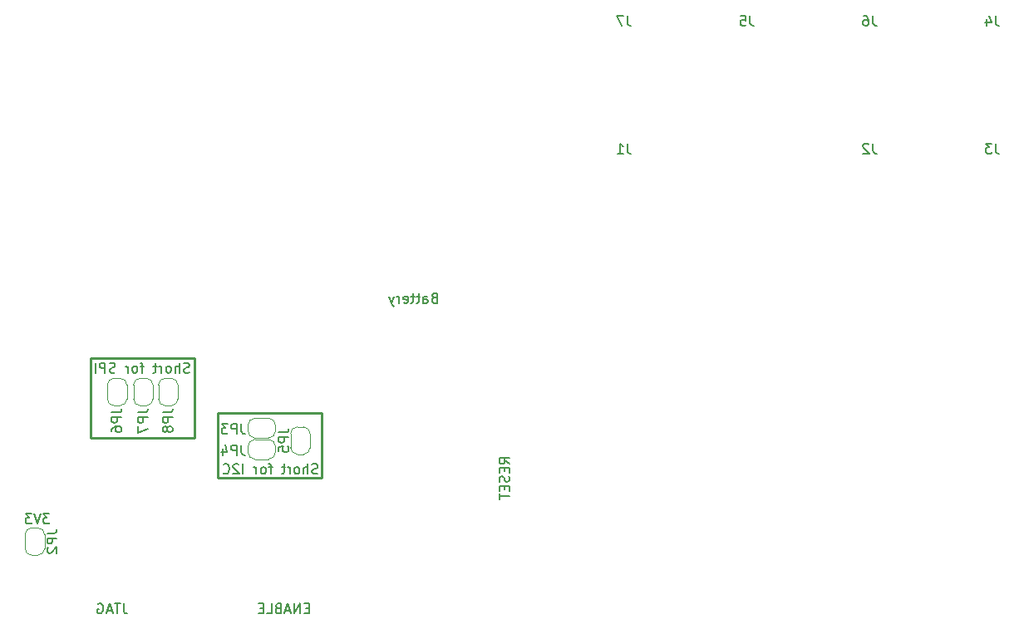
<source format=gbr>
G04 #@! TF.GenerationSoftware,KiCad,Pcbnew,(5.1.5-0-10_14)*
G04 #@! TF.CreationDate,2020-11-25T20:38:56+01:00*
G04 #@! TF.ProjectId,fl-remote,666c2d72-656d-46f7-9465-2e6b69636164,rev?*
G04 #@! TF.SameCoordinates,Original*
G04 #@! TF.FileFunction,Legend,Bot*
G04 #@! TF.FilePolarity,Positive*
%FSLAX46Y46*%
G04 Gerber Fmt 4.6, Leading zero omitted, Abs format (unit mm)*
G04 Created by KiCad (PCBNEW (5.1.5-0-10_14)) date 2020-11-25 20:38:56*
%MOMM*%
%LPD*%
G04 APERTURE LIST*
%ADD10C,0.150000*%
%ADD11C,0.250000*%
%ADD12C,0.120000*%
G04 APERTURE END LIST*
D10*
X114752380Y-112974619D02*
X114276190Y-112641285D01*
X114752380Y-112403190D02*
X113752380Y-112403190D01*
X113752380Y-112784142D01*
X113800000Y-112879380D01*
X113847619Y-112927000D01*
X113942857Y-112974619D01*
X114085714Y-112974619D01*
X114180952Y-112927000D01*
X114228571Y-112879380D01*
X114276190Y-112784142D01*
X114276190Y-112403190D01*
X114228571Y-113403190D02*
X114228571Y-113736523D01*
X114752380Y-113879380D02*
X114752380Y-113403190D01*
X113752380Y-113403190D01*
X113752380Y-113879380D01*
X114704761Y-114260333D02*
X114752380Y-114403190D01*
X114752380Y-114641285D01*
X114704761Y-114736523D01*
X114657142Y-114784142D01*
X114561904Y-114831761D01*
X114466666Y-114831761D01*
X114371428Y-114784142D01*
X114323809Y-114736523D01*
X114276190Y-114641285D01*
X114228571Y-114450809D01*
X114180952Y-114355571D01*
X114133333Y-114307952D01*
X114038095Y-114260333D01*
X113942857Y-114260333D01*
X113847619Y-114307952D01*
X113800000Y-114355571D01*
X113752380Y-114450809D01*
X113752380Y-114688904D01*
X113800000Y-114831761D01*
X114228571Y-115260333D02*
X114228571Y-115593666D01*
X114752380Y-115736523D02*
X114752380Y-115260333D01*
X113752380Y-115260333D01*
X113752380Y-115736523D01*
X113752380Y-116022238D02*
X113752380Y-116593666D01*
X114752380Y-116307952D02*
X113752380Y-116307952D01*
X107100428Y-96067571D02*
X106957571Y-96115190D01*
X106909952Y-96162809D01*
X106862333Y-96258047D01*
X106862333Y-96400904D01*
X106909952Y-96496142D01*
X106957571Y-96543761D01*
X107052809Y-96591380D01*
X107433761Y-96591380D01*
X107433761Y-95591380D01*
X107100428Y-95591380D01*
X107005190Y-95639000D01*
X106957571Y-95686619D01*
X106909952Y-95781857D01*
X106909952Y-95877095D01*
X106957571Y-95972333D01*
X107005190Y-96019952D01*
X107100428Y-96067571D01*
X107433761Y-96067571D01*
X106005190Y-96591380D02*
X106005190Y-96067571D01*
X106052809Y-95972333D01*
X106148047Y-95924714D01*
X106338523Y-95924714D01*
X106433761Y-95972333D01*
X106005190Y-96543761D02*
X106100428Y-96591380D01*
X106338523Y-96591380D01*
X106433761Y-96543761D01*
X106481380Y-96448523D01*
X106481380Y-96353285D01*
X106433761Y-96258047D01*
X106338523Y-96210428D01*
X106100428Y-96210428D01*
X106005190Y-96162809D01*
X105671857Y-95924714D02*
X105290904Y-95924714D01*
X105529000Y-95591380D02*
X105529000Y-96448523D01*
X105481380Y-96543761D01*
X105386142Y-96591380D01*
X105290904Y-96591380D01*
X105100428Y-95924714D02*
X104719476Y-95924714D01*
X104957571Y-95591380D02*
X104957571Y-96448523D01*
X104909952Y-96543761D01*
X104814714Y-96591380D01*
X104719476Y-96591380D01*
X104005190Y-96543761D02*
X104100428Y-96591380D01*
X104290904Y-96591380D01*
X104386142Y-96543761D01*
X104433761Y-96448523D01*
X104433761Y-96067571D01*
X104386142Y-95972333D01*
X104290904Y-95924714D01*
X104100428Y-95924714D01*
X104005190Y-95972333D01*
X103957571Y-96067571D01*
X103957571Y-96162809D01*
X104433761Y-96258047D01*
X103529000Y-96591380D02*
X103529000Y-95924714D01*
X103529000Y-96115190D02*
X103481380Y-96019952D01*
X103433761Y-95972333D01*
X103338523Y-95924714D01*
X103243285Y-95924714D01*
X103005190Y-95924714D02*
X102767095Y-96591380D01*
X102529000Y-95924714D02*
X102767095Y-96591380D01*
X102862333Y-96829476D01*
X102909952Y-96877095D01*
X103005190Y-96924714D01*
X94344809Y-127690571D02*
X94011476Y-127690571D01*
X93868619Y-128214380D02*
X94344809Y-128214380D01*
X94344809Y-127214380D01*
X93868619Y-127214380D01*
X93440047Y-128214380D02*
X93440047Y-127214380D01*
X92868619Y-128214380D01*
X92868619Y-127214380D01*
X92440047Y-127928666D02*
X91963857Y-127928666D01*
X92535285Y-128214380D02*
X92201952Y-127214380D01*
X91868619Y-128214380D01*
X91201952Y-127690571D02*
X91059095Y-127738190D01*
X91011476Y-127785809D01*
X90963857Y-127881047D01*
X90963857Y-128023904D01*
X91011476Y-128119142D01*
X91059095Y-128166761D01*
X91154333Y-128214380D01*
X91535285Y-128214380D01*
X91535285Y-127214380D01*
X91201952Y-127214380D01*
X91106714Y-127262000D01*
X91059095Y-127309619D01*
X91011476Y-127404857D01*
X91011476Y-127500095D01*
X91059095Y-127595333D01*
X91106714Y-127642952D01*
X91201952Y-127690571D01*
X91535285Y-127690571D01*
X90059095Y-128214380D02*
X90535285Y-128214380D01*
X90535285Y-127214380D01*
X89725761Y-127690571D02*
X89392428Y-127690571D01*
X89249571Y-128214380D02*
X89725761Y-128214380D01*
X89725761Y-127214380D01*
X89249571Y-127214380D01*
X75461666Y-127214380D02*
X75461666Y-127928666D01*
X75509285Y-128071523D01*
X75604523Y-128166761D01*
X75747380Y-128214380D01*
X75842619Y-128214380D01*
X75128333Y-127214380D02*
X74556904Y-127214380D01*
X74842619Y-128214380D02*
X74842619Y-127214380D01*
X74271190Y-127928666D02*
X73795000Y-127928666D01*
X74366428Y-128214380D02*
X74033095Y-127214380D01*
X73699761Y-128214380D01*
X72842619Y-127262000D02*
X72937857Y-127214380D01*
X73080714Y-127214380D01*
X73223571Y-127262000D01*
X73318809Y-127357238D01*
X73366428Y-127452476D01*
X73414047Y-127642952D01*
X73414047Y-127785809D01*
X73366428Y-127976285D01*
X73318809Y-128071523D01*
X73223571Y-128166761D01*
X73080714Y-128214380D01*
X72985476Y-128214380D01*
X72842619Y-128166761D01*
X72795000Y-128119142D01*
X72795000Y-127785809D01*
X72985476Y-127785809D01*
X67913095Y-118070380D02*
X67294047Y-118070380D01*
X67627380Y-118451333D01*
X67484523Y-118451333D01*
X67389285Y-118498952D01*
X67341666Y-118546571D01*
X67294047Y-118641809D01*
X67294047Y-118879904D01*
X67341666Y-118975142D01*
X67389285Y-119022761D01*
X67484523Y-119070380D01*
X67770238Y-119070380D01*
X67865476Y-119022761D01*
X67913095Y-118975142D01*
X67008333Y-118070380D02*
X66675000Y-119070380D01*
X66341666Y-118070380D01*
X66103571Y-118070380D02*
X65484523Y-118070380D01*
X65817857Y-118451333D01*
X65675000Y-118451333D01*
X65579761Y-118498952D01*
X65532142Y-118546571D01*
X65484523Y-118641809D01*
X65484523Y-118879904D01*
X65532142Y-118975142D01*
X65579761Y-119022761D01*
X65675000Y-119070380D01*
X65960714Y-119070380D01*
X66055952Y-119022761D01*
X66103571Y-118975142D01*
D11*
X72136000Y-110363000D02*
X72136000Y-102235000D01*
X72136000Y-110363000D02*
X82677000Y-110363000D01*
X72136000Y-102235000D02*
X82677000Y-102235000D01*
X82677000Y-102235000D02*
X82677000Y-110363000D01*
D10*
X82152523Y-103655761D02*
X82009666Y-103703380D01*
X81771571Y-103703380D01*
X81676333Y-103655761D01*
X81628714Y-103608142D01*
X81581095Y-103512904D01*
X81581095Y-103417666D01*
X81628714Y-103322428D01*
X81676333Y-103274809D01*
X81771571Y-103227190D01*
X81962047Y-103179571D01*
X82057285Y-103131952D01*
X82104904Y-103084333D01*
X82152523Y-102989095D01*
X82152523Y-102893857D01*
X82104904Y-102798619D01*
X82057285Y-102751000D01*
X81962047Y-102703380D01*
X81723952Y-102703380D01*
X81581095Y-102751000D01*
X81152523Y-103703380D02*
X81152523Y-102703380D01*
X80723952Y-103703380D02*
X80723952Y-103179571D01*
X80771571Y-103084333D01*
X80866809Y-103036714D01*
X81009666Y-103036714D01*
X81104904Y-103084333D01*
X81152523Y-103131952D01*
X80104904Y-103703380D02*
X80200142Y-103655761D01*
X80247761Y-103608142D01*
X80295380Y-103512904D01*
X80295380Y-103227190D01*
X80247761Y-103131952D01*
X80200142Y-103084333D01*
X80104904Y-103036714D01*
X79962047Y-103036714D01*
X79866809Y-103084333D01*
X79819190Y-103131952D01*
X79771571Y-103227190D01*
X79771571Y-103512904D01*
X79819190Y-103608142D01*
X79866809Y-103655761D01*
X79962047Y-103703380D01*
X80104904Y-103703380D01*
X79343000Y-103703380D02*
X79343000Y-103036714D01*
X79343000Y-103227190D02*
X79295380Y-103131952D01*
X79247761Y-103084333D01*
X79152523Y-103036714D01*
X79057285Y-103036714D01*
X78866809Y-103036714D02*
X78485857Y-103036714D01*
X78723952Y-102703380D02*
X78723952Y-103560523D01*
X78676333Y-103655761D01*
X78581095Y-103703380D01*
X78485857Y-103703380D01*
X77533476Y-103036714D02*
X77152523Y-103036714D01*
X77390619Y-103703380D02*
X77390619Y-102846238D01*
X77343000Y-102751000D01*
X77247761Y-102703380D01*
X77152523Y-102703380D01*
X76676333Y-103703380D02*
X76771571Y-103655761D01*
X76819190Y-103608142D01*
X76866809Y-103512904D01*
X76866809Y-103227190D01*
X76819190Y-103131952D01*
X76771571Y-103084333D01*
X76676333Y-103036714D01*
X76533476Y-103036714D01*
X76438238Y-103084333D01*
X76390619Y-103131952D01*
X76343000Y-103227190D01*
X76343000Y-103512904D01*
X76390619Y-103608142D01*
X76438238Y-103655761D01*
X76533476Y-103703380D01*
X76676333Y-103703380D01*
X75914428Y-103703380D02*
X75914428Y-103036714D01*
X75914428Y-103227190D02*
X75866809Y-103131952D01*
X75819190Y-103084333D01*
X75723952Y-103036714D01*
X75628714Y-103036714D01*
X74581095Y-103655761D02*
X74438238Y-103703380D01*
X74200142Y-103703380D01*
X74104904Y-103655761D01*
X74057285Y-103608142D01*
X74009666Y-103512904D01*
X74009666Y-103417666D01*
X74057285Y-103322428D01*
X74104904Y-103274809D01*
X74200142Y-103227190D01*
X74390619Y-103179571D01*
X74485857Y-103131952D01*
X74533476Y-103084333D01*
X74581095Y-102989095D01*
X74581095Y-102893857D01*
X74533476Y-102798619D01*
X74485857Y-102751000D01*
X74390619Y-102703380D01*
X74152523Y-102703380D01*
X74009666Y-102751000D01*
X73581095Y-103703380D02*
X73581095Y-102703380D01*
X73200142Y-102703380D01*
X73104904Y-102751000D01*
X73057285Y-102798619D01*
X73009666Y-102893857D01*
X73009666Y-103036714D01*
X73057285Y-103131952D01*
X73104904Y-103179571D01*
X73200142Y-103227190D01*
X73581095Y-103227190D01*
X72581095Y-103703380D02*
X72581095Y-102703380D01*
D11*
X85090000Y-114427000D02*
X95631000Y-114427000D01*
X95631000Y-107823000D02*
X95631000Y-114427000D01*
X85090000Y-107823000D02*
X95631000Y-107823000D01*
X85090000Y-114427000D02*
X85090000Y-107823000D01*
D10*
X95233523Y-113942761D02*
X95090666Y-113990380D01*
X94852571Y-113990380D01*
X94757333Y-113942761D01*
X94709714Y-113895142D01*
X94662095Y-113799904D01*
X94662095Y-113704666D01*
X94709714Y-113609428D01*
X94757333Y-113561809D01*
X94852571Y-113514190D01*
X95043047Y-113466571D01*
X95138285Y-113418952D01*
X95185904Y-113371333D01*
X95233523Y-113276095D01*
X95233523Y-113180857D01*
X95185904Y-113085619D01*
X95138285Y-113038000D01*
X95043047Y-112990380D01*
X94804952Y-112990380D01*
X94662095Y-113038000D01*
X94233523Y-113990380D02*
X94233523Y-112990380D01*
X93804952Y-113990380D02*
X93804952Y-113466571D01*
X93852571Y-113371333D01*
X93947809Y-113323714D01*
X94090666Y-113323714D01*
X94185904Y-113371333D01*
X94233523Y-113418952D01*
X93185904Y-113990380D02*
X93281142Y-113942761D01*
X93328761Y-113895142D01*
X93376380Y-113799904D01*
X93376380Y-113514190D01*
X93328761Y-113418952D01*
X93281142Y-113371333D01*
X93185904Y-113323714D01*
X93043047Y-113323714D01*
X92947809Y-113371333D01*
X92900190Y-113418952D01*
X92852571Y-113514190D01*
X92852571Y-113799904D01*
X92900190Y-113895142D01*
X92947809Y-113942761D01*
X93043047Y-113990380D01*
X93185904Y-113990380D01*
X92424000Y-113990380D02*
X92424000Y-113323714D01*
X92424000Y-113514190D02*
X92376380Y-113418952D01*
X92328761Y-113371333D01*
X92233523Y-113323714D01*
X92138285Y-113323714D01*
X91947809Y-113323714D02*
X91566857Y-113323714D01*
X91804952Y-112990380D02*
X91804952Y-113847523D01*
X91757333Y-113942761D01*
X91662095Y-113990380D01*
X91566857Y-113990380D01*
X90614476Y-113323714D02*
X90233523Y-113323714D01*
X90471619Y-113990380D02*
X90471619Y-113133238D01*
X90424000Y-113038000D01*
X90328761Y-112990380D01*
X90233523Y-112990380D01*
X89757333Y-113990380D02*
X89852571Y-113942761D01*
X89900190Y-113895142D01*
X89947809Y-113799904D01*
X89947809Y-113514190D01*
X89900190Y-113418952D01*
X89852571Y-113371333D01*
X89757333Y-113323714D01*
X89614476Y-113323714D01*
X89519238Y-113371333D01*
X89471619Y-113418952D01*
X89424000Y-113514190D01*
X89424000Y-113799904D01*
X89471619Y-113895142D01*
X89519238Y-113942761D01*
X89614476Y-113990380D01*
X89757333Y-113990380D01*
X88995428Y-113990380D02*
X88995428Y-113323714D01*
X88995428Y-113514190D02*
X88947809Y-113418952D01*
X88900190Y-113371333D01*
X88804952Y-113323714D01*
X88709714Y-113323714D01*
X87614476Y-113990380D02*
X87614476Y-112990380D01*
X87185904Y-113085619D02*
X87138285Y-113038000D01*
X87043047Y-112990380D01*
X86804952Y-112990380D01*
X86709714Y-113038000D01*
X86662095Y-113085619D01*
X86614476Y-113180857D01*
X86614476Y-113276095D01*
X86662095Y-113418952D01*
X87233523Y-113990380D01*
X86614476Y-113990380D01*
X85614476Y-113895142D02*
X85662095Y-113942761D01*
X85804952Y-113990380D01*
X85900190Y-113990380D01*
X86043047Y-113942761D01*
X86138285Y-113847523D01*
X86185904Y-113752285D01*
X86233523Y-113561809D01*
X86233523Y-113418952D01*
X86185904Y-113228476D01*
X86138285Y-113133238D01*
X86043047Y-113038000D01*
X85900190Y-112990380D01*
X85804952Y-112990380D01*
X85662095Y-113038000D01*
X85614476Y-113085619D01*
D12*
X81010000Y-106364000D02*
X81010000Y-104964000D01*
X80310000Y-104264000D02*
X79710000Y-104264000D01*
X79010000Y-104964000D02*
X79010000Y-106364000D01*
X79710000Y-107064000D02*
X80310000Y-107064000D01*
X80310000Y-107064000D02*
G75*
G03X81010000Y-106364000I0J700000D01*
G01*
X79010000Y-106364000D02*
G75*
G03X79710000Y-107064000I700000J0D01*
G01*
X79710000Y-104264000D02*
G75*
G03X79010000Y-104964000I0J-700000D01*
G01*
X81010000Y-104964000D02*
G75*
G03X80310000Y-104264000I-700000J0D01*
G01*
X78470000Y-106364000D02*
X78470000Y-104964000D01*
X77770000Y-104264000D02*
X77170000Y-104264000D01*
X76470000Y-104964000D02*
X76470000Y-106364000D01*
X77170000Y-107064000D02*
X77770000Y-107064000D01*
X77770000Y-107064000D02*
G75*
G03X78470000Y-106364000I0J700000D01*
G01*
X76470000Y-106364000D02*
G75*
G03X77170000Y-107064000I700000J0D01*
G01*
X77170000Y-104264000D02*
G75*
G03X76470000Y-104964000I0J-700000D01*
G01*
X78470000Y-104964000D02*
G75*
G03X77770000Y-104264000I-700000J0D01*
G01*
X75803000Y-106364000D02*
X75803000Y-104964000D01*
X75103000Y-104264000D02*
X74503000Y-104264000D01*
X73803000Y-104964000D02*
X73803000Y-106364000D01*
X74503000Y-107064000D02*
X75103000Y-107064000D01*
X75103000Y-107064000D02*
G75*
G03X75803000Y-106364000I0J700000D01*
G01*
X73803000Y-106364000D02*
G75*
G03X74503000Y-107064000I700000J0D01*
G01*
X74503000Y-104264000D02*
G75*
G03X73803000Y-104964000I0J-700000D01*
G01*
X75803000Y-104964000D02*
G75*
G03X75103000Y-104264000I-700000J0D01*
G01*
X94472000Y-111317000D02*
X94472000Y-109917000D01*
X93772000Y-109217000D02*
X93172000Y-109217000D01*
X92472000Y-109917000D02*
X92472000Y-111317000D01*
X93172000Y-112017000D02*
X93772000Y-112017000D01*
X93772000Y-112017000D02*
G75*
G03X94472000Y-111317000I0J700000D01*
G01*
X92472000Y-111317000D02*
G75*
G03X93172000Y-112017000I700000J0D01*
G01*
X93172000Y-109217000D02*
G75*
G03X92472000Y-109917000I0J-700000D01*
G01*
X94472000Y-109917000D02*
G75*
G03X93772000Y-109217000I-700000J0D01*
G01*
X90235000Y-108347000D02*
X88835000Y-108347000D01*
X88135000Y-109047000D02*
X88135000Y-109647000D01*
X88835000Y-110347000D02*
X90235000Y-110347000D01*
X90935000Y-109647000D02*
X90935000Y-109047000D01*
X90935000Y-109047000D02*
G75*
G03X90235000Y-108347000I-700000J0D01*
G01*
X90235000Y-110347000D02*
G75*
G03X90935000Y-109647000I0J700000D01*
G01*
X88135000Y-109647000D02*
G75*
G03X88835000Y-110347000I700000J0D01*
G01*
X88835000Y-108347000D02*
G75*
G03X88135000Y-109047000I0J-700000D01*
G01*
X90235000Y-110506000D02*
X88835000Y-110506000D01*
X88135000Y-111206000D02*
X88135000Y-111806000D01*
X88835000Y-112506000D02*
X90235000Y-112506000D01*
X90935000Y-111806000D02*
X90935000Y-111206000D01*
X90935000Y-111206000D02*
G75*
G03X90235000Y-110506000I-700000J0D01*
G01*
X90235000Y-112506000D02*
G75*
G03X90935000Y-111806000I0J700000D01*
G01*
X88135000Y-111806000D02*
G75*
G03X88835000Y-112506000I700000J0D01*
G01*
X88835000Y-110506000D02*
G75*
G03X88135000Y-111206000I0J-700000D01*
G01*
X67421000Y-121604000D02*
X67421000Y-120204000D01*
X66721000Y-119504000D02*
X66121000Y-119504000D01*
X65421000Y-120204000D02*
X65421000Y-121604000D01*
X66121000Y-122304000D02*
X66721000Y-122304000D01*
X66721000Y-122304000D02*
G75*
G03X67421000Y-121604000I0J700000D01*
G01*
X65421000Y-121604000D02*
G75*
G03X66121000Y-122304000I700000J0D01*
G01*
X66121000Y-119504000D02*
G75*
G03X65421000Y-120204000I0J-700000D01*
G01*
X67421000Y-120204000D02*
G75*
G03X66721000Y-119504000I-700000J0D01*
G01*
D10*
X79462380Y-107751666D02*
X80176666Y-107751666D01*
X80319523Y-107704047D01*
X80414761Y-107608809D01*
X80462380Y-107465952D01*
X80462380Y-107370714D01*
X80462380Y-108227857D02*
X79462380Y-108227857D01*
X79462380Y-108608809D01*
X79510000Y-108704047D01*
X79557619Y-108751666D01*
X79652857Y-108799285D01*
X79795714Y-108799285D01*
X79890952Y-108751666D01*
X79938571Y-108704047D01*
X79986190Y-108608809D01*
X79986190Y-108227857D01*
X79890952Y-109370714D02*
X79843333Y-109275476D01*
X79795714Y-109227857D01*
X79700476Y-109180238D01*
X79652857Y-109180238D01*
X79557619Y-109227857D01*
X79510000Y-109275476D01*
X79462380Y-109370714D01*
X79462380Y-109561190D01*
X79510000Y-109656428D01*
X79557619Y-109704047D01*
X79652857Y-109751666D01*
X79700476Y-109751666D01*
X79795714Y-109704047D01*
X79843333Y-109656428D01*
X79890952Y-109561190D01*
X79890952Y-109370714D01*
X79938571Y-109275476D01*
X79986190Y-109227857D01*
X80081428Y-109180238D01*
X80271904Y-109180238D01*
X80367142Y-109227857D01*
X80414761Y-109275476D01*
X80462380Y-109370714D01*
X80462380Y-109561190D01*
X80414761Y-109656428D01*
X80367142Y-109704047D01*
X80271904Y-109751666D01*
X80081428Y-109751666D01*
X79986190Y-109704047D01*
X79938571Y-109656428D01*
X79890952Y-109561190D01*
X76922380Y-107751666D02*
X77636666Y-107751666D01*
X77779523Y-107704047D01*
X77874761Y-107608809D01*
X77922380Y-107465952D01*
X77922380Y-107370714D01*
X77922380Y-108227857D02*
X76922380Y-108227857D01*
X76922380Y-108608809D01*
X76970000Y-108704047D01*
X77017619Y-108751666D01*
X77112857Y-108799285D01*
X77255714Y-108799285D01*
X77350952Y-108751666D01*
X77398571Y-108704047D01*
X77446190Y-108608809D01*
X77446190Y-108227857D01*
X76922380Y-109132619D02*
X76922380Y-109799285D01*
X77922380Y-109370714D01*
X74255380Y-107751666D02*
X74969666Y-107751666D01*
X75112523Y-107704047D01*
X75207761Y-107608809D01*
X75255380Y-107465952D01*
X75255380Y-107370714D01*
X75255380Y-108227857D02*
X74255380Y-108227857D01*
X74255380Y-108608809D01*
X74303000Y-108704047D01*
X74350619Y-108751666D01*
X74445857Y-108799285D01*
X74588714Y-108799285D01*
X74683952Y-108751666D01*
X74731571Y-108704047D01*
X74779190Y-108608809D01*
X74779190Y-108227857D01*
X74255380Y-109656428D02*
X74255380Y-109465952D01*
X74303000Y-109370714D01*
X74350619Y-109323095D01*
X74493476Y-109227857D01*
X74683952Y-109180238D01*
X75064904Y-109180238D01*
X75160142Y-109227857D01*
X75207761Y-109275476D01*
X75255380Y-109370714D01*
X75255380Y-109561190D01*
X75207761Y-109656428D01*
X75160142Y-109704047D01*
X75064904Y-109751666D01*
X74826809Y-109751666D01*
X74731571Y-109704047D01*
X74683952Y-109656428D01*
X74636333Y-109561190D01*
X74636333Y-109370714D01*
X74683952Y-109275476D01*
X74731571Y-109227857D01*
X74826809Y-109180238D01*
X91273380Y-109783666D02*
X91987666Y-109783666D01*
X92130523Y-109736047D01*
X92225761Y-109640809D01*
X92273380Y-109497952D01*
X92273380Y-109402714D01*
X92273380Y-110259857D02*
X91273380Y-110259857D01*
X91273380Y-110640809D01*
X91321000Y-110736047D01*
X91368619Y-110783666D01*
X91463857Y-110831285D01*
X91606714Y-110831285D01*
X91701952Y-110783666D01*
X91749571Y-110736047D01*
X91797190Y-110640809D01*
X91797190Y-110259857D01*
X91273380Y-111736047D02*
X91273380Y-111259857D01*
X91749571Y-111212238D01*
X91701952Y-111259857D01*
X91654333Y-111355095D01*
X91654333Y-111593190D01*
X91701952Y-111688428D01*
X91749571Y-111736047D01*
X91844809Y-111783666D01*
X92082904Y-111783666D01*
X92178142Y-111736047D01*
X92225761Y-111688428D01*
X92273380Y-111593190D01*
X92273380Y-111355095D01*
X92225761Y-111259857D01*
X92178142Y-111212238D01*
X87447333Y-111085380D02*
X87447333Y-111799666D01*
X87494952Y-111942523D01*
X87590190Y-112037761D01*
X87733047Y-112085380D01*
X87828285Y-112085380D01*
X86971142Y-112085380D02*
X86971142Y-111085380D01*
X86590190Y-111085380D01*
X86494952Y-111133000D01*
X86447333Y-111180619D01*
X86399714Y-111275857D01*
X86399714Y-111418714D01*
X86447333Y-111513952D01*
X86494952Y-111561571D01*
X86590190Y-111609190D01*
X86971142Y-111609190D01*
X85542571Y-111418714D02*
X85542571Y-112085380D01*
X85780666Y-111037761D02*
X86018761Y-111752047D01*
X85399714Y-111752047D01*
X87447333Y-108926380D02*
X87447333Y-109640666D01*
X87494952Y-109783523D01*
X87590190Y-109878761D01*
X87733047Y-109926380D01*
X87828285Y-109926380D01*
X86971142Y-109926380D02*
X86971142Y-108926380D01*
X86590190Y-108926380D01*
X86494952Y-108974000D01*
X86447333Y-109021619D01*
X86399714Y-109116857D01*
X86399714Y-109259714D01*
X86447333Y-109354952D01*
X86494952Y-109402571D01*
X86590190Y-109450190D01*
X86971142Y-109450190D01*
X86066380Y-108926380D02*
X85447333Y-108926380D01*
X85780666Y-109307333D01*
X85637809Y-109307333D01*
X85542571Y-109354952D01*
X85494952Y-109402571D01*
X85447333Y-109497809D01*
X85447333Y-109735904D01*
X85494952Y-109831142D01*
X85542571Y-109878761D01*
X85637809Y-109926380D01*
X85923523Y-109926380D01*
X86018761Y-109878761D01*
X86066380Y-109831142D01*
X67673380Y-120070666D02*
X68387666Y-120070666D01*
X68530523Y-120023047D01*
X68625761Y-119927809D01*
X68673380Y-119784952D01*
X68673380Y-119689714D01*
X68673380Y-120546857D02*
X67673380Y-120546857D01*
X67673380Y-120927809D01*
X67721000Y-121023047D01*
X67768619Y-121070666D01*
X67863857Y-121118285D01*
X68006714Y-121118285D01*
X68101952Y-121070666D01*
X68149571Y-121023047D01*
X68197190Y-120927809D01*
X68197190Y-120546857D01*
X67768619Y-121499238D02*
X67721000Y-121546857D01*
X67673380Y-121642095D01*
X67673380Y-121880190D01*
X67721000Y-121975428D01*
X67768619Y-122023047D01*
X67863857Y-122070666D01*
X67959095Y-122070666D01*
X68101952Y-122023047D01*
X68673380Y-121451619D01*
X68673380Y-122070666D01*
X164283333Y-80352380D02*
X164283333Y-81066666D01*
X164330952Y-81209523D01*
X164426190Y-81304761D01*
X164569047Y-81352380D01*
X164664285Y-81352380D01*
X163902380Y-80352380D02*
X163283333Y-80352380D01*
X163616666Y-80733333D01*
X163473809Y-80733333D01*
X163378571Y-80780952D01*
X163330952Y-80828571D01*
X163283333Y-80923809D01*
X163283333Y-81161904D01*
X163330952Y-81257142D01*
X163378571Y-81304761D01*
X163473809Y-81352380D01*
X163759523Y-81352380D01*
X163854761Y-81304761D01*
X163902380Y-81257142D01*
X151783333Y-80352380D02*
X151783333Y-81066666D01*
X151830952Y-81209523D01*
X151926190Y-81304761D01*
X152069047Y-81352380D01*
X152164285Y-81352380D01*
X151354761Y-80447619D02*
X151307142Y-80400000D01*
X151211904Y-80352380D01*
X150973809Y-80352380D01*
X150878571Y-80400000D01*
X150830952Y-80447619D01*
X150783333Y-80542857D01*
X150783333Y-80638095D01*
X150830952Y-80780952D01*
X151402380Y-81352380D01*
X150783333Y-81352380D01*
X126783333Y-80352380D02*
X126783333Y-81066666D01*
X126830952Y-81209523D01*
X126926190Y-81304761D01*
X127069047Y-81352380D01*
X127164285Y-81352380D01*
X125783333Y-81352380D02*
X126354761Y-81352380D01*
X126069047Y-81352380D02*
X126069047Y-80352380D01*
X126164285Y-80495238D01*
X126259523Y-80590476D01*
X126354761Y-80638095D01*
X126783333Y-67352380D02*
X126783333Y-68066666D01*
X126830952Y-68209523D01*
X126926190Y-68304761D01*
X127069047Y-68352380D01*
X127164285Y-68352380D01*
X126402380Y-67352380D02*
X125735714Y-67352380D01*
X126164285Y-68352380D01*
X151783333Y-67352380D02*
X151783333Y-68066666D01*
X151830952Y-68209523D01*
X151926190Y-68304761D01*
X152069047Y-68352380D01*
X152164285Y-68352380D01*
X150878571Y-67352380D02*
X151069047Y-67352380D01*
X151164285Y-67400000D01*
X151211904Y-67447619D01*
X151307142Y-67590476D01*
X151354761Y-67780952D01*
X151354761Y-68161904D01*
X151307142Y-68257142D01*
X151259523Y-68304761D01*
X151164285Y-68352380D01*
X150973809Y-68352380D01*
X150878571Y-68304761D01*
X150830952Y-68257142D01*
X150783333Y-68161904D01*
X150783333Y-67923809D01*
X150830952Y-67828571D01*
X150878571Y-67780952D01*
X150973809Y-67733333D01*
X151164285Y-67733333D01*
X151259523Y-67780952D01*
X151307142Y-67828571D01*
X151354761Y-67923809D01*
X139283333Y-67352380D02*
X139283333Y-68066666D01*
X139330952Y-68209523D01*
X139426190Y-68304761D01*
X139569047Y-68352380D01*
X139664285Y-68352380D01*
X138330952Y-67352380D02*
X138807142Y-67352380D01*
X138854761Y-67828571D01*
X138807142Y-67780952D01*
X138711904Y-67733333D01*
X138473809Y-67733333D01*
X138378571Y-67780952D01*
X138330952Y-67828571D01*
X138283333Y-67923809D01*
X138283333Y-68161904D01*
X138330952Y-68257142D01*
X138378571Y-68304761D01*
X138473809Y-68352380D01*
X138711904Y-68352380D01*
X138807142Y-68304761D01*
X138854761Y-68257142D01*
X164283333Y-67352380D02*
X164283333Y-68066666D01*
X164330952Y-68209523D01*
X164426190Y-68304761D01*
X164569047Y-68352380D01*
X164664285Y-68352380D01*
X163378571Y-67685714D02*
X163378571Y-68352380D01*
X163616666Y-67304761D02*
X163854761Y-68019047D01*
X163235714Y-68019047D01*
M02*

</source>
